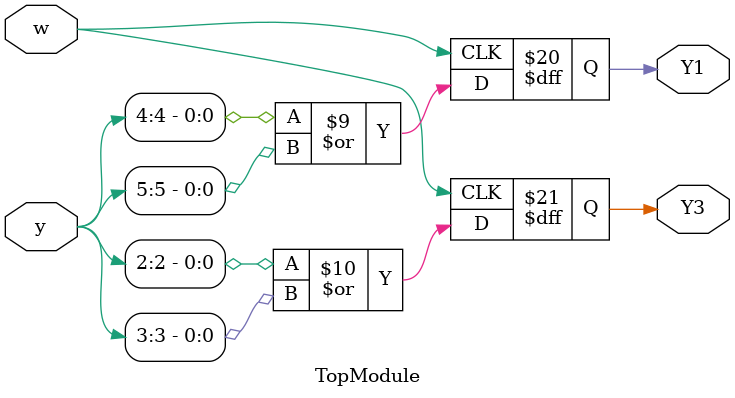
<source format=sv>
module TopModule (
    input logic [5:0] y,
    input logic w,
    output logic Y1,
    output logic Y3
);

    logic [5:0] next_state;

    always @(*) begin
        case (y)
            6'b000001: next_state = (w) ? 6'b000001 : 6'b000010; // State A
            6'b000010: next_state = (w) ? 6'b001000 : 6'b000100; // State B
            6'b000100: next_state = (w) ? 6'b001000 : 6'b010000; // State C
            6'b001000: next_state = (w) ? 6'b000001 : 6'b100000; // State D
            6'b010000: next_state = (w) ? 6'b001000 : 6'b010000; // State E
            6'b100000: next_state = (w) ? 6'b001000 : 6'b000100; // State F
            default: next_state = 6'b000001; // Reset to State A on invalid state
        endcase
    end

    always @(posedge w) begin
        if (w) begin
            Y1 <= (y[4] | y[5]); // Y1 is 1 in states E and F
            Y3 <= (y[2] | y[3]); // Y3 is 1 in states C and D
        end
    end

    initial begin
        Y1 = 0;
        Y3 = 0;
    end

endmodule
</source>
